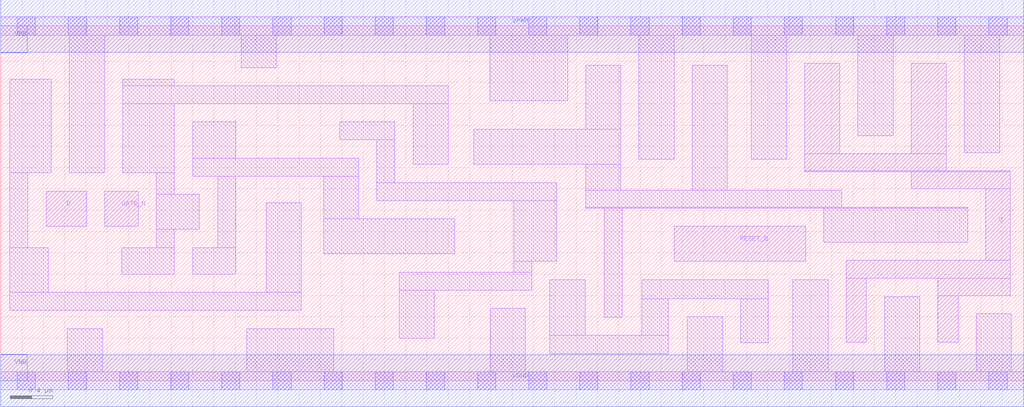
<source format=lef>
# Copyright 2020 The SkyWater PDK Authors
#
# Licensed under the Apache License, Version 2.0 (the "License");
# you may not use this file except in compliance with the License.
# You may obtain a copy of the License at
#
#     https://www.apache.org/licenses/LICENSE-2.0
#
# Unless required by applicable law or agreed to in writing, software
# distributed under the License is distributed on an "AS IS" BASIS,
# WITHOUT WARRANTIES OR CONDITIONS OF ANY KIND, either express or implied.
# See the License for the specific language governing permissions and
# limitations under the License.
#
# SPDX-License-Identifier: Apache-2.0

VERSION 5.5 ;
NAMESCASESENSITIVE ON ;
BUSBITCHARS "[]" ;
DIVIDERCHAR "/" ;
MACRO sky130_fd_sc_ms__dlrtn_4
  CLASS CORE ;
  SOURCE USER ;
  ORIGIN  0.000000  0.000000 ;
  SIZE  9.600000 BY  3.330000 ;
  SYMMETRY X Y ;
  SITE unit ;
  PIN D
    ANTENNAGATEAREA  0.208000 ;
    DIRECTION INPUT ;
    USE SIGNAL ;
    PORT
      LAYER li1 ;
        RECT 0.425000 1.450000 0.805000 1.780000 ;
    END
  END D
  PIN Q
    ANTENNADIFFAREA  1.198400 ;
    DIRECTION OUTPUT ;
    USE SIGNAL ;
    PORT
      LAYER li1 ;
        RECT 7.545000 1.960000 9.475000 1.970000 ;
        RECT 7.545000 1.970000 8.875000 2.130000 ;
        RECT 7.545000 2.130000 7.875000 2.980000 ;
        RECT 7.935000 0.360000 8.125000 0.960000 ;
        RECT 7.935000 0.960000 9.475000 1.130000 ;
        RECT 8.545000 1.800000 9.475000 1.960000 ;
        RECT 8.545000 2.130000 8.875000 2.980000 ;
        RECT 8.795000 0.360000 8.985000 0.800000 ;
        RECT 8.795000 0.800000 9.475000 0.960000 ;
        RECT 9.245000 1.130000 9.475000 1.800000 ;
    END
  END Q
  PIN RESET_B
    ANTENNAGATEAREA  0.444000 ;
    DIRECTION INPUT ;
    USE SIGNAL ;
    PORT
      LAYER li1 ;
        RECT 6.320000 1.120000 7.555000 1.450000 ;
    END
  END RESET_B
  PIN GATE_N
    ANTENNAGATEAREA  0.237000 ;
    DIRECTION INPUT ;
    USE CLOCK ;
    PORT
      LAYER li1 ;
        RECT 0.975000 1.450000 1.290000 1.780000 ;
    END
  END GATE_N
  PIN VGND
    DIRECTION INOUT ;
    USE GROUND ;
    PORT
      LAYER met1 ;
        RECT 0.000000 -0.245000 9.600000 0.245000 ;
    END
  END VGND
  PIN VNB
    DIRECTION INOUT ;
    USE GROUND ;
    PORT
    END
  END VNB
  PIN VPB
    DIRECTION INOUT ;
    USE POWER ;
    PORT
    END
  END VPB
  PIN VNB
    DIRECTION INOUT ;
    USE GROUND ;
    PORT
      LAYER met1 ;
        RECT 0.000000 0.000000 0.250000 0.250000 ;
    END
  END VNB
  PIN VPB
    DIRECTION INOUT ;
    USE POWER ;
    PORT
      LAYER met1 ;
        RECT 0.000000 3.080000 0.250000 3.330000 ;
    END
  END VPB
  PIN VPWR
    DIRECTION INOUT ;
    USE POWER ;
    PORT
      LAYER met1 ;
        RECT 0.000000 3.085000 9.600000 3.575000 ;
    END
  END VPWR
  OBS
    LAYER li1 ;
      RECT 0.000000 -0.085000 9.600000 0.085000 ;
      RECT 0.000000  3.245000 9.600000 3.415000 ;
      RECT 0.085000  0.660000 2.820000 0.830000 ;
      RECT 0.085000  0.830000 0.445000 1.250000 ;
      RECT 0.085000  1.250000 0.255000 1.950000 ;
      RECT 0.085000  1.950000 0.475000 2.830000 ;
      RECT 0.625000  0.085000 0.955000 0.490000 ;
      RECT 0.645000  1.950000 0.975000 3.245000 ;
      RECT 1.135000  1.000000 1.630000 1.250000 ;
      RECT 1.145000  1.950000 1.630000 2.600000 ;
      RECT 1.145000  2.600000 4.200000 2.770000 ;
      RECT 1.145000  2.770000 1.630000 2.830000 ;
      RECT 1.460000  1.250000 1.630000 1.420000 ;
      RECT 1.460000  1.420000 1.865000 1.750000 ;
      RECT 1.460000  1.750000 1.630000 1.950000 ;
      RECT 1.800000  1.000000 2.205000 1.250000 ;
      RECT 1.800000  1.920000 3.360000 2.090000 ;
      RECT 1.800000  2.090000 2.205000 2.430000 ;
      RECT 2.035000  1.250000 2.205000 1.920000 ;
      RECT 2.255000  2.940000 2.585000 3.245000 ;
      RECT 2.310000  0.085000 3.125000 0.490000 ;
      RECT 2.490000  0.830000 2.820000 1.670000 ;
      RECT 3.030000  1.190000 4.260000 1.520000 ;
      RECT 3.030000  1.520000 3.360000 1.920000 ;
      RECT 3.180000  2.260000 3.700000 2.430000 ;
      RECT 3.530000  1.690000 5.220000 1.860000 ;
      RECT 3.530000  1.860000 3.700000 2.260000 ;
      RECT 3.740000  0.400000 4.070000 0.850000 ;
      RECT 3.740000  0.850000 4.985000 1.020000 ;
      RECT 3.870000  2.030000 4.200000 2.600000 ;
      RECT 4.440000  2.030000 5.820000 2.360000 ;
      RECT 4.590000  2.630000 5.320000 3.245000 ;
      RECT 4.595000  0.085000 4.925000 0.680000 ;
      RECT 4.815000  1.020000 4.985000 1.120000 ;
      RECT 4.815000  1.120000 5.220000 1.690000 ;
      RECT 5.155000  0.255000 6.265000 0.425000 ;
      RECT 5.155000  0.425000 5.485000 0.950000 ;
      RECT 5.490000  1.620000 9.075000 1.630000 ;
      RECT 5.490000  1.630000 7.895000 1.790000 ;
      RECT 5.490000  1.790000 5.820000 2.030000 ;
      RECT 5.490000  2.360000 5.820000 2.960000 ;
      RECT 5.665000  0.595000 5.835000 1.620000 ;
      RECT 5.990000  2.080000 6.320000 3.245000 ;
      RECT 6.015000  0.425000 6.265000 0.770000 ;
      RECT 6.015000  0.770000 7.205000 0.950000 ;
      RECT 6.445000  0.085000 6.775000 0.600000 ;
      RECT 6.490000  1.790000 6.820000 2.960000 ;
      RECT 6.945000  0.355000 7.205000 0.770000 ;
      RECT 7.045000  2.080000 7.375000 3.245000 ;
      RECT 7.435000  0.085000 7.765000 0.950000 ;
      RECT 7.725000  1.300000 9.075000 1.620000 ;
      RECT 8.045000  2.300000 8.375000 3.245000 ;
      RECT 8.295000  0.085000 8.625000 0.790000 ;
      RECT 9.045000  2.140000 9.375000 3.245000 ;
      RECT 9.155000  0.085000 9.485000 0.630000 ;
    LAYER mcon ;
      RECT 0.155000 -0.085000 0.325000 0.085000 ;
      RECT 0.155000  3.245000 0.325000 3.415000 ;
      RECT 0.635000 -0.085000 0.805000 0.085000 ;
      RECT 0.635000  3.245000 0.805000 3.415000 ;
      RECT 1.115000 -0.085000 1.285000 0.085000 ;
      RECT 1.115000  3.245000 1.285000 3.415000 ;
      RECT 1.595000 -0.085000 1.765000 0.085000 ;
      RECT 1.595000  3.245000 1.765000 3.415000 ;
      RECT 2.075000 -0.085000 2.245000 0.085000 ;
      RECT 2.075000  3.245000 2.245000 3.415000 ;
      RECT 2.555000 -0.085000 2.725000 0.085000 ;
      RECT 2.555000  3.245000 2.725000 3.415000 ;
      RECT 3.035000 -0.085000 3.205000 0.085000 ;
      RECT 3.035000  3.245000 3.205000 3.415000 ;
      RECT 3.515000 -0.085000 3.685000 0.085000 ;
      RECT 3.515000  3.245000 3.685000 3.415000 ;
      RECT 3.995000 -0.085000 4.165000 0.085000 ;
      RECT 3.995000  3.245000 4.165000 3.415000 ;
      RECT 4.475000 -0.085000 4.645000 0.085000 ;
      RECT 4.475000  3.245000 4.645000 3.415000 ;
      RECT 4.955000 -0.085000 5.125000 0.085000 ;
      RECT 4.955000  3.245000 5.125000 3.415000 ;
      RECT 5.435000 -0.085000 5.605000 0.085000 ;
      RECT 5.435000  3.245000 5.605000 3.415000 ;
      RECT 5.915000 -0.085000 6.085000 0.085000 ;
      RECT 5.915000  3.245000 6.085000 3.415000 ;
      RECT 6.395000 -0.085000 6.565000 0.085000 ;
      RECT 6.395000  3.245000 6.565000 3.415000 ;
      RECT 6.875000 -0.085000 7.045000 0.085000 ;
      RECT 6.875000  3.245000 7.045000 3.415000 ;
      RECT 7.355000 -0.085000 7.525000 0.085000 ;
      RECT 7.355000  3.245000 7.525000 3.415000 ;
      RECT 7.835000 -0.085000 8.005000 0.085000 ;
      RECT 7.835000  3.245000 8.005000 3.415000 ;
      RECT 8.315000 -0.085000 8.485000 0.085000 ;
      RECT 8.315000  3.245000 8.485000 3.415000 ;
      RECT 8.795000 -0.085000 8.965000 0.085000 ;
      RECT 8.795000  3.245000 8.965000 3.415000 ;
      RECT 9.275000 -0.085000 9.445000 0.085000 ;
      RECT 9.275000  3.245000 9.445000 3.415000 ;
  END
END sky130_fd_sc_ms__dlrtn_4
END LIBRARY

</source>
